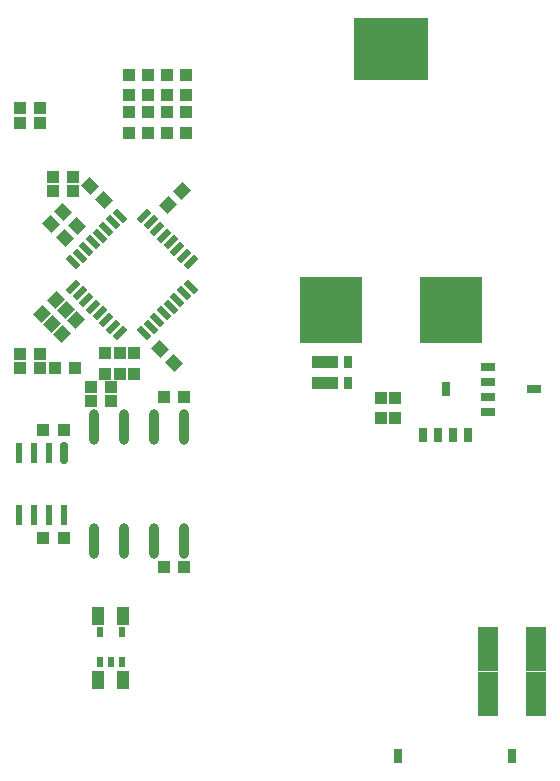
<source format=gtp>
%FSLAX44Y44*%
%MOMM*%
G71*
G01*
G75*
G04 Layer_Color=8421504*
%ADD10C,0.4000*%
%ADD11C,0.2540*%
%ADD12R,1.1500X0.7000*%
%ADD13R,0.7000X1.1500*%
%ADD14R,1.0000X1.1000*%
%ADD15R,5.3300X5.5900*%
%ADD16R,6.3500X5.2800*%
%ADD17R,1.1000X1.0000*%
G04:AMPARAMS|DCode=18|XSize=1mm|YSize=1.1mm|CornerRadius=0mm|HoleSize=0mm|Usage=FLASHONLY|Rotation=45.000|XOffset=0mm|YOffset=0mm|HoleType=Round|Shape=Rectangle|*
%AMROTATEDRECTD18*
4,1,4,0.0354,-0.7425,-0.7425,0.0354,-0.0354,0.7425,0.7425,-0.0354,0.0354,-0.7425,0.0*
%
%ADD18ROTATEDRECTD18*%

G04:AMPARAMS|DCode=19|XSize=1mm|YSize=1.1mm|CornerRadius=0mm|HoleSize=0mm|Usage=FLASHONLY|Rotation=135.000|XOffset=0mm|YOffset=0mm|HoleType=Round|Shape=Rectangle|*
%AMROTATEDRECTD19*
4,1,4,0.7425,0.0354,-0.0354,-0.7425,-0.7425,-0.0354,0.0354,0.7425,0.7425,0.0354,0.0*
%
%ADD19ROTATEDRECTD19*%

G04:AMPARAMS|DCode=20|XSize=0.5mm|YSize=1.2mm|CornerRadius=0mm|HoleSize=0mm|Usage=FLASHONLY|Rotation=135.000|XOffset=0mm|YOffset=0mm|HoleType=Round|Shape=Rectangle|*
%AMROTATEDRECTD20*
4,1,4,0.6010,0.2475,-0.2475,-0.6010,-0.6010,-0.2475,0.2475,0.6010,0.6010,0.2475,0.0*
%
%ADD20ROTATEDRECTD20*%

G04:AMPARAMS|DCode=21|XSize=0.5mm|YSize=1.2mm|CornerRadius=0mm|HoleSize=0mm|Usage=FLASHONLY|Rotation=225.000|XOffset=0mm|YOffset=0mm|HoleType=Round|Shape=Rectangle|*
%AMROTATEDRECTD21*
4,1,4,-0.2475,0.6010,0.6010,-0.2475,0.2475,-0.6010,-0.6010,0.2475,-0.2475,0.6010,0.0*
%
%ADD21ROTATEDRECTD21*%

%ADD22O,0.8000X3.0000*%
%ADD23R,0.7620X1.0100*%
%ADD24R,2.2870X1.0100*%
%ADD25R,1.8000X3.7000*%
%ADD26R,0.6000X1.8000*%
G04:AMPARAMS|DCode=27|XSize=0.6mm|YSize=1.8mm|CornerRadius=0.15mm|HoleSize=0mm|Usage=FLASHONLY|Rotation=0.000|XOffset=0mm|YOffset=0mm|HoleType=Round|Shape=RoundedRectangle|*
%AMROUNDEDRECTD27*
21,1,0.6000,1.5000,0,0,0.0*
21,1,0.3000,1.8000,0,0,0.0*
1,1,0.3000,0.1500,-0.7500*
1,1,0.3000,-0.1500,-0.7500*
1,1,0.3000,-0.1500,0.7500*
1,1,0.3000,0.1500,0.7500*
%
%ADD27ROUNDEDRECTD27*%
%ADD28R,1.1000X1.5000*%
%ADD29R,0.6000X0.9000*%
%ADD30C,0.6000*%
%ADD31C,0.4500*%
%ADD32C,1.0000*%
%ADD33C,0.5000*%
%ADD34C,0.1500*%
%ADD35C,0.8000*%
%ADD36C,1.8000*%
%ADD37R,1.8000X1.8000*%
%ADD38R,1.4000X1.4000*%
%ADD39C,1.4000*%
%ADD40C,1.7000*%
%ADD41R,1.8000X1.8000*%
%ADD42P,1.9799X4X360.0*%
%ADD43P,1.9799X4X90.0*%
%ADD44C,0.6000*%
%ADD45C,1.0000*%
%ADD46C,0.9000*%
%ADD47R,1.4000X1.3900*%
%ADD48R,4.8600X3.3600*%
%ADD49R,1.5000X1.0000*%
%ADD50R,1.0000X0.9000*%
%ADD51R,1.6000X1.8000*%
%ADD52O,1.5500X0.2500*%
%ADD53R,1.5500X0.2500*%
%ADD54R,0.2500X1.5500*%
%ADD55R,4.6000X4.6000*%
G04:AMPARAMS|DCode=56|XSize=0.76mm|YSize=1.27mm|CornerRadius=0mm|HoleSize=0mm|Usage=FLASHONLY|Rotation=315.000|XOffset=0mm|YOffset=0mm|HoleType=Round|Shape=Rectangle|*
%AMROTATEDRECTD56*
4,1,4,-0.7177,-0.1803,0.1803,0.7177,0.7177,0.1803,-0.1803,-0.7177,-0.7177,-0.1803,0.0*
%
%ADD56ROTATEDRECTD56*%

%ADD57R,2.2000X1.6000*%
%ADD58R,2.0000X3.5000*%
%ADD59R,0.9000X0.6900*%
%ADD60R,0.9900X0.6900*%
%ADD61R,0.6900X0.9000*%
%ADD62R,0.6900X0.9900*%
%ADD63R,1.4000X1.4000*%
%ADD64R,1.6000X2.9000*%
%ADD65R,1.5000X1.1000*%
%ADD66R,1.8000X1.6000*%
%ADD67R,2.9000X1.6000*%
%ADD68R,3.8100X4.2400*%
%ADD69C,0.1600*%
%ADD70C,0.1800*%
%ADD71C,0.3000*%
%ADD72C,0.2000*%
%ADD73C,0.2500*%
%ADD74C,0.1000*%
%ADD75C,0.1270*%
D12*
X422250Y310950D02*
D03*
Y323650D02*
D03*
Y336350D02*
D03*
Y349050D02*
D03*
X460500Y330000D02*
D03*
D13*
X405050Y291750D02*
D03*
X392350D02*
D03*
X379650D02*
D03*
X366950D02*
D03*
X386000Y330000D02*
D03*
X346000Y20000D02*
D03*
X442000D02*
D03*
D14*
X110000Y343500D02*
D03*
Y360500D02*
D03*
X150000Y564500D02*
D03*
Y547500D02*
D03*
X134000Y564500D02*
D03*
Y547500D02*
D03*
X118000Y564500D02*
D03*
Y547500D02*
D03*
X122000Y343500D02*
D03*
Y360500D02*
D03*
X98000Y360500D02*
D03*
Y343500D02*
D03*
X343000Y305500D02*
D03*
Y322500D02*
D03*
X331000Y322500D02*
D03*
Y305500D02*
D03*
X118000Y596500D02*
D03*
Y579500D02*
D03*
X134000Y596500D02*
D03*
Y579500D02*
D03*
X150000Y596500D02*
D03*
Y579500D02*
D03*
X166000Y547500D02*
D03*
Y564499D02*
D03*
X166000Y579500D02*
D03*
Y596500D02*
D03*
D15*
X289250Y397350D02*
D03*
X390750D02*
D03*
D16*
X340000Y618100D02*
D03*
D17*
X53500Y498000D02*
D03*
X70500D02*
D03*
X147500Y324000D02*
D03*
X164500D02*
D03*
X55119Y348149D02*
D03*
X72119D02*
D03*
X42500Y360000D02*
D03*
X25500D02*
D03*
Y348000D02*
D03*
X42500D02*
D03*
X102500Y332000D02*
D03*
X85500D02*
D03*
X85500Y320000D02*
D03*
X102500D02*
D03*
X45500Y296000D02*
D03*
X62500D02*
D03*
X45500Y204000D02*
D03*
X62500D02*
D03*
X147500Y180000D02*
D03*
X164500D02*
D03*
X70500Y510000D02*
D03*
X53500D02*
D03*
X42500Y568000D02*
D03*
X25500D02*
D03*
Y556000D02*
D03*
X42500D02*
D03*
D18*
X84582Y502614D02*
D03*
X96603Y490593D02*
D03*
X61955Y479986D02*
D03*
X73976Y467966D02*
D03*
X156000Y352000D02*
D03*
X143979Y364021D02*
D03*
X51990Y470010D02*
D03*
X64011Y457989D02*
D03*
D19*
X163071Y498371D02*
D03*
X151050Y486350D02*
D03*
X43993Y393553D02*
D03*
X56014Y405574D02*
D03*
X52478Y385068D02*
D03*
X64499Y397089D02*
D03*
X60963Y376582D02*
D03*
X72984Y388603D02*
D03*
D20*
X70440Y417054D02*
D03*
X76097Y411397D02*
D03*
X81754Y405740D02*
D03*
X87411Y400083D02*
D03*
X93067Y394427D02*
D03*
X98724Y388769D02*
D03*
X104382Y383113D02*
D03*
X110038Y377456D02*
D03*
X130544Y477158D02*
D03*
X136201Y471501D02*
D03*
X141858Y465844D02*
D03*
X147515Y460187D02*
D03*
X153172Y454531D02*
D03*
X158828Y448873D02*
D03*
X164485Y443217D02*
D03*
X170142Y437560D02*
D03*
D21*
X130544Y377456D02*
D03*
X136201Y383113D02*
D03*
X141858Y388769D02*
D03*
X147515Y394427D02*
D03*
X153172Y400083D02*
D03*
X158828Y405740D02*
D03*
X164485Y411397D02*
D03*
X170142Y417054D02*
D03*
X70440Y437560D02*
D03*
X76097Y443217D02*
D03*
X81754Y448873D02*
D03*
X87411Y454531D02*
D03*
X93067Y460187D02*
D03*
X98724Y465844D02*
D03*
X104382Y471501D02*
D03*
X110038Y477158D02*
D03*
D22*
X164100Y298000D02*
D03*
X138700D02*
D03*
X113300D02*
D03*
X87900D02*
D03*
X164100Y202000D02*
D03*
X138700D02*
D03*
X113300D02*
D03*
X87900D02*
D03*
D23*
X303340Y352850D02*
D03*
Y335150D02*
D03*
D24*
X284285Y352850D02*
D03*
Y335150D02*
D03*
D25*
X421500Y110000D02*
D03*
X462500D02*
D03*
X421500Y72000D02*
D03*
X462500D02*
D03*
D26*
X63050Y224000D02*
D03*
X50350D02*
D03*
X37650D02*
D03*
X24950D02*
D03*
Y276000D02*
D03*
X37650D02*
D03*
X50350D02*
D03*
D27*
X63050D02*
D03*
D28*
X112985Y84000D02*
D03*
X91985D02*
D03*
X112500Y138500D02*
D03*
X91500D02*
D03*
D29*
X92985Y124950D02*
D03*
Y99050D02*
D03*
X102485D02*
D03*
X111985D02*
D03*
Y124950D02*
D03*
M02*

</source>
